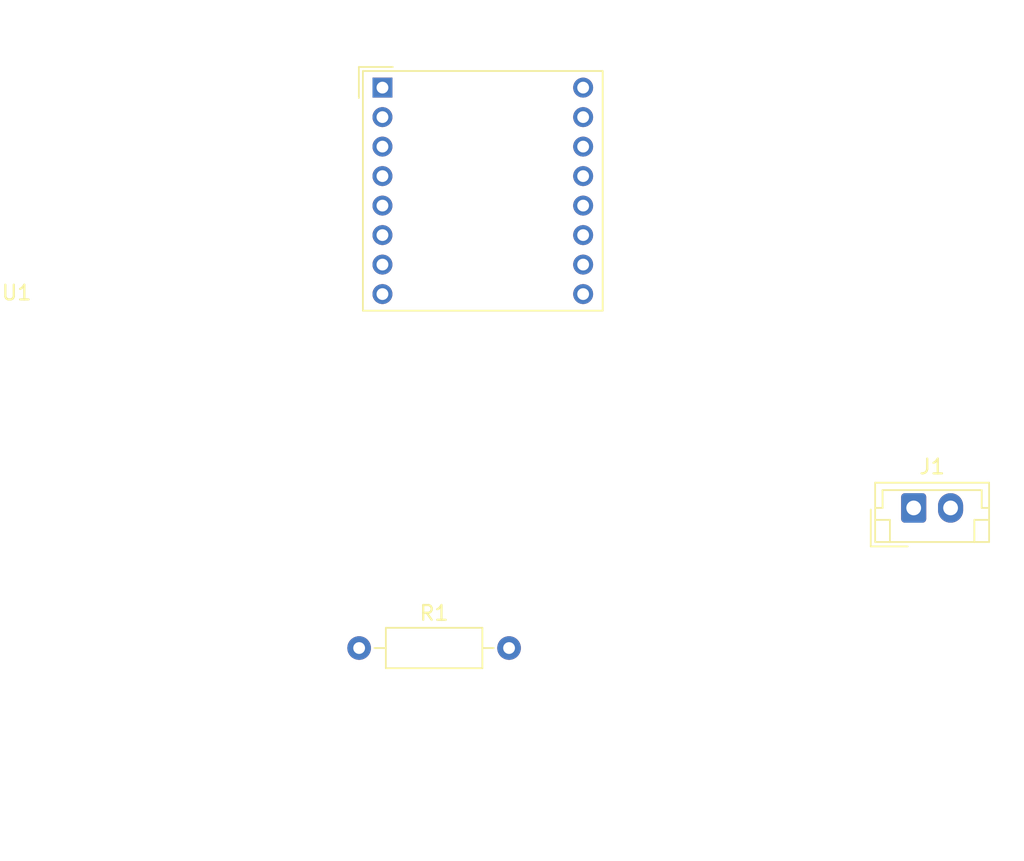
<source format=kicad_pcb>
(kicad_pcb (version 20240108) (generator "pcbnew") (generator_version "8.0")
  (layers (0 "F.Cu" signal) (31 "B.Cu" signal) (34 "B.Paste" user) (35 "F.Paste" user) (36 "B.SilkS" user "B.Silkscreen") (37 "F.SilkS" user "F.Silkscreen") (38 "B.Mask" user) (39 "F.Mask" user) (44 "Edge.Cuts" user))
  (net 0 "")
  (net 1 "Net-(D1-A)")
  (net 2 "GND")
  (net 3 "Net-(A1-PadA0)")
  (net 5 "Net-(A1-D13_SCK)")
  (net 10 "Net-(A1-D10_CS)")
  (net 11 "Net-(A1-D2_INT0)")
  (net 12 "Net-(A1-D11_MOSI)")
  (net 16 "Net-(U1-RESET)")
  (net 18 "Net-(A1-D12_MISO)")
  (footprint "Resistor_THT:R_Axial_DIN0207_L6.3mm_D2.5mm_P10.16mm_Horizontal" (layer "F.Cu") (at 94.42 89)
    (property "Reference" "R1" (at 5.08 -2.37 0) (layer "F.SilkS"))
    (property "Value" "R")
    (fp_line (start 1.04 0) (end 1.81 0) (stroke (width 0.12)) (layer "F.SilkS"))
    (fp_line (start 1.81 -1.37) (end 1.81 1.37) (stroke (width 0.12)) (layer "F.SilkS"))
    (fp_line (start 1.81 1.37) (end 8.35 1.37) (stroke (width 0.12)) (layer "F.SilkS"))
    (fp_line (start 8.35 -1.37) (end 1.81 -1.37) (stroke (width 0.12)) (layer "F.SilkS"))
    (fp_line (start 8.35 1.37) (end 8.35 -1.37) (stroke (width 0.12)) (layer "F.SilkS"))
    (fp_line (start 9.12 0) (end 8.35 0) (stroke (width 0.12)) (layer "F.SilkS"))
    (pad "1" thru_hole circle (at 0 0) (size 1.6 1.6) (drill 0.8) (layers "*.Cu" "*.Mask") (net 3 "Net-(A1-PadA0)"))
    (pad "2" thru_hole oval (at 10.16 0) (size 1.6 1.6) (drill 0.8) (layers "*.Cu" "*.Mask") (net 2 "GND"))
  )
  (footprint "RF_Module:HOPERF_RFM9XW_THT" (layer "F.Cu") (at 96 51)
    (property "Reference" "U1" (at -24.7925 13.9075 0) (layer "F.SilkS"))
    (property "Value" "RFM95W-868S2")
    (fp_line (start -1.6 -1.4) (end 0.7 -1.4) (stroke (width 0.12)) (layer "F.SilkS"))
    (fp_line (start -1.6 0.7) (end -1.6 -1.4) (stroke (width 0.12)) (layer "F.SilkS"))
    (fp_line (start -1.325 -1.125) (end 14.925 -1.125) (stroke (width 0.12)) (layer "F.SilkS"))
    (fp_line (start -1.325 15.125) (end -1.325 -1.125) (stroke (width 0.12)) (layer "F.SilkS"))
    (fp_line (start 14.925 -1.125) (end 14.925 15.125) (stroke (width 0.12)) (layer "F.SilkS"))
    (fp_line (start 14.925 15.125) (end -1.325 15.125) (stroke (width 0.12)) (layer "F.SilkS"))
    (pad "1" thru_hole rect (at 0 0) (size 1.35 1.35) (drill 0.8) (layers "*.Cu" "*.Mask"))
    (pad "2" thru_hole circle (at 0 2) (size 1.35 1.35) (drill 0.8) (layers "*.Cu" "*.Mask") (net 12 "Net-(A1-D11_MOSI)"))
    (pad "3" thru_hole circle (at 0 4) (size 1.35 1.35) (drill 0.8) (layers "*.Cu" "*.Mask") (net 18 "Net-(A1-D12_MISO)"))
    (pad "4" thru_hole circle (at 0 6) (size 1.35 1.35) (drill 0.8) (layers "*.Cu" "*.Mask") (net 5 "Net-(A1-D13_SCK)"))
    (pad "5" thru_hole circle (at 0 8) (size 1.35 1.35) (drill 0.8) (layers "*.Cu" "*.Mask") (net 10 "Net-(A1-D10_CS)"))
    (pad "6" thru_hole circle (at 0 10) (size 1.35 1.35) (drill 0.8) (layers "*.Cu" "*.Mask") (net 16 "Net-(U1-RESET)"))
    (pad "7" thru_hole circle (at 0 12) (size 1.35 1.35) (drill 0.8) (layers "*.Cu" "*.Mask"))
    (pad "8" thru_hole circle (at 0 14) (size 1.35 1.35) (drill 0.8) (layers "*.Cu" "*.Mask"))
    (pad "9" thru_hole circle (at 13.6 14) (size 1.35 1.35) (drill 0.8) (layers "*.Cu" "*.Mask"))
    (pad "10" thru_hole circle (at 13.6 12) (size 1.35 1.35) (drill 0.8) (layers "*.Cu" "*.Mask"))
    (pad "11" thru_hole circle (at 13.6 10) (size 1.35 1.35) (drill 0.8) (layers "*.Cu" "*.Mask"))
    (pad "12" thru_hole circle (at 13.6 8) (size 1.35 1.35) (drill 0.8) (layers "*.Cu" "*.Mask"))
    (pad "13" thru_hole circle (at 13.6 6) (size 1.35 1.35) (drill 0.8) (layers "*.Cu" "*.Mask"))
    (pad "14" thru_hole circle (at 13.6 4) (size 1.35 1.35) (drill 0.8) (layers "*.Cu" "*.Mask") (net 11 "Net-(A1-D2_INT0)"))
    (pad "15" thru_hole circle (at 13.6 2) (size 1.35 1.35) (drill 0.8) (layers "*.Cu" "*.Mask"))
    (pad "16" thru_hole circle (at 13.6 0) (size 1.35 1.35) (drill 0.8) (layers "*.Cu" "*.Mask"))
  )
  (footprint "Connector_JST:JST_EH_B2B-EH-A_1x02_P2.50mm_Vertical" (layer "F.Cu") (at 132 79.5)
    (property "Reference" "J1" (at 1.25 -2.8 0) (layer "F.SilkS"))
    (property "Value" "Conn_01x02_Pin")
    (fp_line (start -2.91 0.11) (end -2.91 2.61) (stroke (width 0.12)) (layer "F.SilkS"))
    (fp_line (start -2.91 2.61) (end -0.41 2.61) (stroke (width 0.12)) (layer "F.SilkS"))
    (fp_line (start -2.61 -1.71) (end -2.61 2.31) (stroke (width 0.12)) (layer "F.SilkS"))
    (fp_line (start -2.61 0) (end -2.11 0) (stroke (width 0.12)) (layer "F.SilkS"))
    (fp_line (start -2.61 0.81) (end -1.61 0.81) (stroke (width 0.12)) (layer "F.SilkS"))
    (fp_line (start -2.61 2.31) (end 5.11 2.31) (stroke (width 0.12)) (layer "F.SilkS"))
    (fp_line (start -2.11 -1.21) (end 4.61 -1.21) (stroke (width 0.12)) (layer "F.SilkS"))
    (fp_line (start -2.11 0) (end -2.11 -1.21) (stroke (width 0.12)) (layer "F.SilkS"))
    (fp_line (start -1.61 0.81) (end -1.61 2.31) (stroke (width 0.12)) (layer "F.SilkS"))
    (fp_line (start 4.11 0.81) (end 4.11 2.31) (stroke (width 0.12)) (layer "F.SilkS"))
    (fp_line (start 4.61 -1.21) (end 4.61 0) (stroke (width 0.12)) (layer "F.SilkS"))
    (fp_line (start 4.61 0) (end 5.11 0) (stroke (width 0.12)) (layer "F.SilkS"))
    (fp_line (start 5.11 -1.71) (end -2.61 -1.71) (stroke (width 0.12)) (layer "F.SilkS"))
    (fp_line (start 5.11 0.81) (end 4.11 0.81) (stroke (width 0.12)) (layer "F.SilkS"))
    (fp_line (start 5.11 2.31) (end 5.11 -1.71) (stroke (width 0.12)) (layer "F.SilkS"))
    (pad "1" thru_hole roundrect (at 0 0) (size 1.7 2) (drill 1) (layers "*.Cu" "*.Mask") (roundrect_rratio 0.147059) (net 2 "GND"))
    (pad "2" thru_hole oval (at 2.5 0) (size 1.7 2) (drill 1) (layers "*.Cu" "*.Mask") (net 1 "Net-(D1-A)"))
  )
)
</source>
